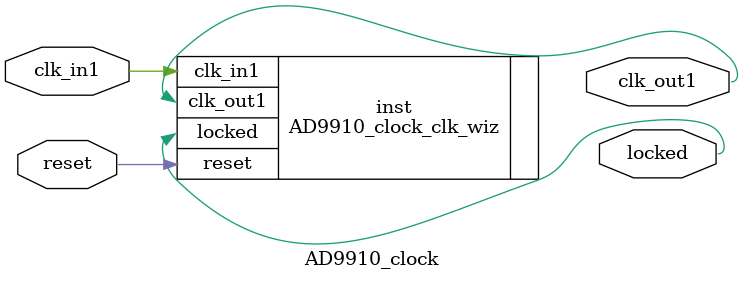
<source format=v>


`timescale 1ps/1ps

(* CORE_GENERATION_INFO = "AD9910_clock,clk_wiz_v6_0_3_0_0,{component_name=AD9910_clock,use_phase_alignment=true,use_min_o_jitter=false,use_max_i_jitter=false,use_dyn_phase_shift=false,use_inclk_switchover=false,use_dyn_reconfig=false,enable_axi=0,feedback_source=FDBK_AUTO,PRIMITIVE=MMCM,num_out_clk=1,clkin1_period=83.333,clkin2_period=10.0,use_power_down=false,use_reset=true,use_locked=true,use_inclk_stopped=false,feedback_type=SINGLE,CLOCK_MGR_TYPE=NA,manual_override=false}" *)

module AD9910_clock 
 (
  // Clock out ports
  output        clk_out1,
  // Status and control signals
  input         reset,
  output        locked,
 // Clock in ports
  input         clk_in1
 );

  AD9910_clock_clk_wiz inst
  (
  // Clock out ports  
  .clk_out1(clk_out1),
  // Status and control signals               
  .reset(reset), 
  .locked(locked),
 // Clock in ports
  .clk_in1(clk_in1)
  );

endmodule

</source>
